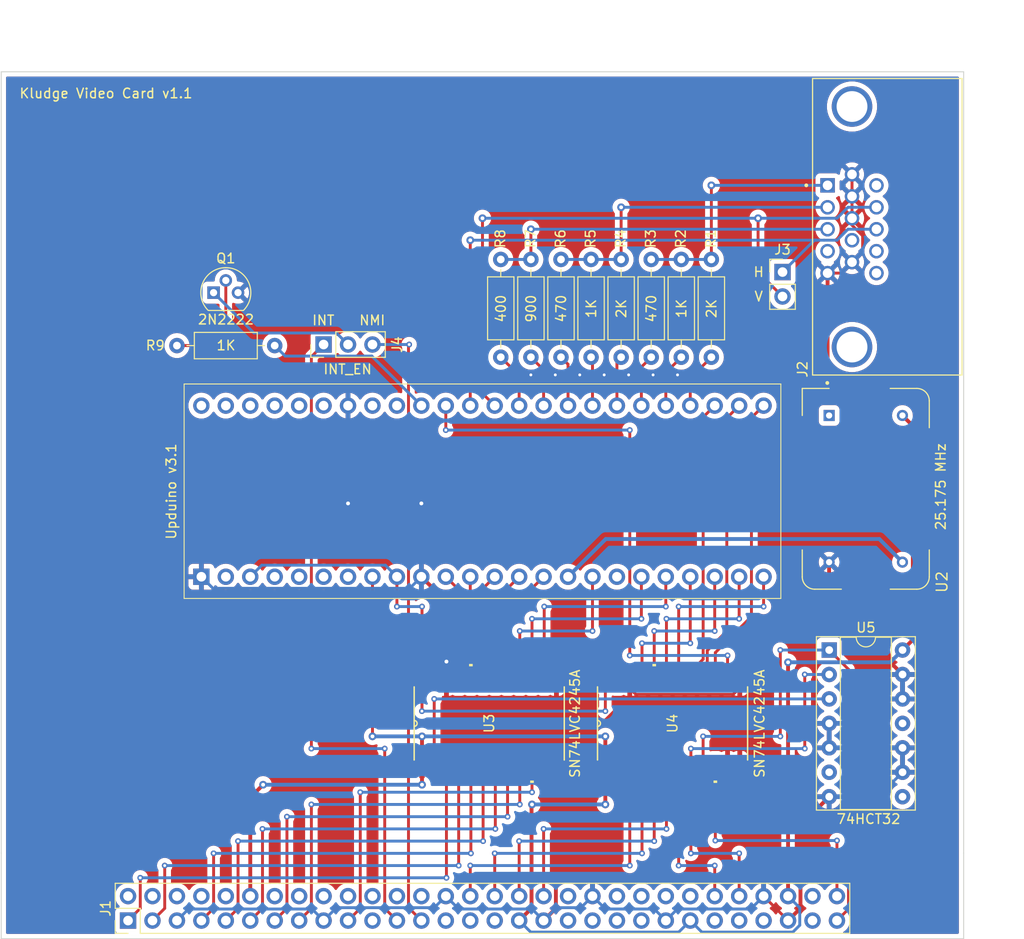
<source format=kicad_pcb>
(kicad_pcb (version 20240108) (generator "pcbnew") (generator_version "8.0")
  (layers (0 "F.Cu" signal) (31 "B.Cu" signal) (34 "B.Paste" user) (35 "F.Paste" user) (36 "B.SilkS" user "B.Silkscreen") (37 "F.SilkS" user "F.Silkscreen") (38 "B.Mask" user) (39 "F.Mask" user) (44 "Edge.Cuts" user))
  (net 0 "")
  (net 1 "WR")
  (net 2 "/A2")
  (net 3 "VCC")
  (net 6 "GND")
  (net 7 "RD")
  (net 9 "/D5")
  (net 12 "~{INT}")
  (net 14 "/A0")
  (net 15 "/D3")
  (net 16 "/A3")
  (net 21 "/D4")
  (net 22 "/D2")
  (net 23 "/A1")
  (net 24 "RESET")
  (net 25 "/D1")
  (net 26 "/D0")
  (net 29 "/D7")
  (net 30 "/D6")
  (net 38 "GREEN_OUT")
  (net 40 "/H_SYNC")
  (net 42 "BLUE_OUT")
  (net 48 "/25.175 MHz")
  (net 50 "IO_EN")
  (net 51 "/V_D1")
  (net 52 "/~{V_CE}")
  (net 53 "/V_D3")
  (net 54 "/V_ADDR3")
  (net 55 "/V_D4")
  (net 56 "/V_ADDR2")
  (net 57 "/V_ADDR0")
  (net 58 "/V_D2")
  (net 59 "/V_D6")
  (net 60 "/~{V_RD}")
  (net 61 "/V_D5")
  (net 62 "/V_D0")
  (net 63 "/V_ADDR1")
  (net 64 "/~{V_WR}")
  (net 65 "/V_D7")
  (net 67 "3.3V")
  (net 68 "RED_OUT")
  (net 69 "/V_SYNC")
  (net 71 "BLUE0")
  (net 72 "RED1")
  (net 73 "RED0")
  (net 74 "RED2")
  (net 75 "GREEN1")
  (net 76 "GREEN0")
  (net 77 "BLUE1")
  (net 78 "GREEN2")
  (net 87 "~{NMI}")
  (net 98 "/~{V_RESET}")
  (net 101 "Net-(U3-DIR)")
  (net 102 "V_INT")
  (net 103 "Net-(J4-Pin_2)")
  (net 104 "Net-(Q1-B)")
  (footprint "Resistor_THT:R_Axial_DIN0207_L6.3mm_D2.5mm_P10.16mm_Horizontal" (layer "F.Cu") (at 117.27315 85.15)
    (property "Reference" "R9")
    (property "Value" "1K")
  )
  (footprint "Resistor_THT:R_Axial_DIN0207_L6.3mm_D2.5mm_P10.16mm_Horizontal" (layer "F.Cu") (at 150.92325 86.36 90)
    (property "Reference" "R8")
    (property "Value" "400")
  )
  (footprint "Connector_PinHeader_2.54mm:PinHeader_1x02_P2.54mm_Vertical" (layer "F.Cu") (at 180.2 77.51)
    (property "Reference" "J3")
    (property "Value" "H_SYNC_TEST")
  )
  (footprint "Resistor_THT:R_Axial_DIN0207_L6.3mm_D2.5mm_P10.16mm_Horizontal" (layer "F.Cu") (at 157.18 86.36 90)
    (property "Reference" "R6")
    (property "Value" "470")
  )
  (footprint "Resistor_THT:R_Axial_DIN0207_L6.3mm_D2.5mm_P10.16mm_Horizontal" (layer "F.Cu") (at 154.055 86.36 90)
    (property "Reference" "R7")
    (property "Value" "900")
  )
  (footprint "Z80 Parts:OSC_ECS-100AX-018" (layer "F.Cu") (at 188.85 100.0325 -90)
    (property "Reference" "U2")
    (property "Value" "25.175 MHz")
  )
  (footprint "Connector_PinHeader_2.54mm:PinHeader_1x03_P2.54mm_Vertical" (layer "F.Cu") (at 132.51315 85.039998 90)
    (property "Reference" "J4")
    (property "Value" "INT_EN")
  )
  (footprint "Connector_PinHeader_2.54mm:PinHeader_2x30_P2.54mm_Vertical" (layer "F.Cu") (at 112.195 144.895 90)
    (property "Reference" "J1")
    (property "Value" "Bus")
  )
  (footprint "Resistor_THT:R_Axial_DIN0207_L6.3mm_D2.5mm_P10.16mm_Horizontal" (layer "F.Cu") (at 166.555 86.36 90)
    (property "Reference" "R3")
    (property "Value" "470")
  )
  (footprint "Package_DIP:DIP-14_W7.62mm_Socket" (layer "F.Cu") (at 185.05 116.784998)
    (property "Reference" "U5")
    (property "Value" "74LS32")
  )
  (footprint "Resistor_THT:R_Axial_DIN0207_L6.3mm_D2.5mm_P10.16mm_Horizontal" (layer "F.Cu") (at 160.305 86.36 90)
    (property "Reference" "R5")
    (property "Value" "1K")
  )
  (footprint "Z80 Parts:UPDUINO V3.1" (layer "F.Cu") (at 127.42685 105.653698 90)
    (property "Reference" "U1" (hide yes))
    (property "Value" "Upduino v3.1")
  )
  (footprint "Resistor_THT:R_Axial_DIN0207_L6.3mm_D2.5mm_P10.16mm_Horizontal" (layer "F.Cu") (at 169.68 86.36 90)
    (property "Reference" "R2")
    (property "Value" "1K")
  )
  (footprint "Resistor_THT:R_Axial_DIN0207_L6.3mm_D2.5mm_P10.16mm_Horizontal" (layer "F.Cu") (at 172.805 86.36 90)
    (property "Reference" "R1")
    (property "Value" "2K")
  )
  (footprint "Z80 Parts:AMPHENOL_ICD15S13E4GX00LF" (layer "F.Cu") (at 187.42 72.805 90)
    (property "Reference" "J2")
    (property "Value" "DE15_Receptacle_HighDensity")
  )
  (footprint "Z80 Parts:SN74LVC4245ADWR" (layer "F.Cu") (at 168.773525 124.409998 90)
    (property "Reference" "U4")
    (property "Value" "SN74LVC4245A")
  )
  (footprint "Z80 Parts:SN74LVC4245ADWR" (layer "F.Cu") (at 149.723525 124.409998 90)
    (property "Reference" "U3")
    (property "Value" "SN74LVC4245A")
  )
  (footprint "Package_TO_SOT_THT:TO-92" (layer "F.Cu") (at 121.08315 79.65)
    (property "Reference" "Q1")
    (property "Value" "2N2222")
  )
  (footprint "Resistor_THT:R_Axial_DIN0207_L6.3mm_D2.5mm_P10.16mm_Horizontal" (layer "F.Cu") (at 163.43 86.36 90)
    (property "Reference" "R4")
    (property "Value" "2K")
  )
  (gr_line (start 99.02 56.7) (end 199.02 56.7) (stroke (width 0.1)) (layer "Edge.Cuts"))
  (gr_line (start 99.02 137.88) (end 99.02 56.7) (stroke (width 0.1)) (layer "Edge.Cuts"))
  (gr_line (start 99.02 137.88) (end 99.02 146.78) (stroke (width 0.1)) (layer "Edge.Cuts"))
  (gr_line (start 199.02 56.7) (end 199.02 137.88) (stroke (width 0.1)) (layer "Edge.Cuts"))
  (gr_line (start 199.02 137.88) (end 199.02 146.78) (stroke (width 0.1)) (layer "Edge.Cuts"))
  (gr_line (start 99.02 146.78) (end 199.02 146.78) (stroke (width 0.1)) (layer "Edge.Cuts"))
  (gr_text "Upduino v3.1" (at 117.275 105.381191 90) (layer "F.SilkS") (effects (font (size 1 1)) (justify left bottom)))
  (gr_text "2K" (at 164.03175 82.381191 90) (layer "F.SilkS") (effects (font (size 1 1)) (justify left bottom)))
  (gr_text "25.175 MHz" (at 197.225 104.41 90) (layer "F.SilkS") (effects (font (size 1 1)) (justify left bottom)))
  (gr_text "NMI" (at 136.134817 83.11 0) (layer "F.SilkS") (effects (font (size 1 1)) (justify left bottom)))
  (gr_text "1K" (at 170.28175 82.381191 90) (layer "F.SilkS") (effects (font (size 1 1)) (justify left bottom)))
  (gr_text "900" (at 154.65675 82.833572 90) (layer "F.SilkS") (effects (font (size 1 1)) (justify left bottom)))
  (gr_text "INT_EN" (at 132.41315 88.2 0) (layer "F.SilkS") (effects (font (size 1 1)) (justify left bottom)))
  (gr_text "INT" (at 131.245293 83.11 0) (layer "F.SilkS") (effects (font (size 1 1)) (justify left bottom)))
  (gr_text "Kludge Video Card v1.1" (at 100.83 59.53 0) (layer "F.SilkS") (effects (font (size 1 1)) (justify left bottom)))
  (gr_text "2N2222" (at 119.37 83.03 0) (layer "F.SilkS") (effects (font (size 1 1)) (justify left bottom)))
  (gr_text "2K" (at 173.40675 82.381191 90) (layer "F.SilkS") (effects (font (size 1 1)) (justify left bottom)))
  (gr_text "SN74LVC4245A" (at 178.4 130.154046 90) (layer "F.SilkS") (effects (font (size 1 1)) (justify left bottom)))
  (gr_text "74HCT32" (at 185.73 134.93 0) (layer "F.SilkS") (effects (font (size 1 1)) (justify left bottom)))
  (gr_text "470" (at 167.15675 82.833572 90) (layer "F.SilkS") (effects (font (size 1 1)) (justify left bottom)))
  (gr_text "1K" (at 121.3 85.72 0) (layer "F.SilkS") (effects (font (size 1 1)) (justify left bottom)))
  (gr_text "400" (at 151.525 82.833572 90) (layer "F.SilkS") (effects (font (size 1 1)) (justify left bottom)))
  (gr_text "470" (at 157.78175 82.833572 90) (layer "F.SilkS") (effects (font (size 1 1)) (justify left bottom)))
  (gr_text "V" (at 177.725 80.05 0) (layer "F.SilkS") (effects (font (size 1 1))))
  (gr_text "H" (at 177.725 77.51 0) (layer "F.SilkS") (effects (font (size 1 1))))
  (gr_text "SN74LVC4245A" (at 159.22 130.154046 90) (layer "F.SilkS") (effects (font (size 1 1)) (justify left bottom)))
  (gr_text "1K" (at 160.90675 82.381191 90) (layer "F.SilkS") (effects (font (size 1 1)) (justify left bottom)))
  (segment (start 173.155 139.18) (end 173.155 142.355) (width 0.3) (layer "F.Cu") (net 1))
  (segment (start 169.408525 128.931198) (end 169.408525 139.18) (width 0.3) (layer "F.Cu") (net 1))
  (via (at 173.155 139.18) (size 0.6) (drill 0.3) (layers "F.Cu" "B.Cu") (net 1))
  (via (at 169.408525 139.18) (size 0.6) (drill 0.3) (layers "F.Cu" "B.Cu") (net 1))
  (segment (start 169.408525 139.18) (end 173.155 139.18) (width 0.3) (layer "B.Cu") (net 1))
  (segment (start 150.295 142.355) (end 150.295 137.91) (width 0.3) (layer "F.Cu") (net 2))
  (segment (start 165.598525 137.91) (end 165.598525 128.931198) (width 0.3) (layer "F.Cu") (net 2))
  (via (at 150.295 137.91) (size 0.6) (drill 0.3) (layers "F.Cu" "B.Cu") (net 2))
  (via (at 165.598525 137.91) (size 0.6) (drill 0.3) (layers "F.Cu" "B.Cu") (net 2))
  (segment (start 150.295 137.91) (end 165.598525 137.91) (width 0.3) (layer "B.Cu") (net 2))
  (segment (start 154.175 132.836475) (end 154.168525 132.83) (width 0.3) (layer "F.Cu") (net 3))
  (segment (start 193.74 115.714998) (end 192.67 116.784998) (width 0.4) (layer "F.Cu") (net 3))
  (segment (start 124.895 142.355) (end 124.895 132.113525) (width 0.4) (layer "F.Cu") (net 3))
  (segment (start 193.74 93.4925) (end 193.74 115.714998) (width 0.4) (layer "F.Cu") (net 3))
  (segment (start 161.788525 128.931198) (end 161.788525 132.83) (width 0.4) (layer "F.Cu") (net 3))
  (segment (start 137.59315 109.169998) (end 137.59315 125.756198) (width 0.3) (layer "F.Cu") (net 3))
  (segment (start 152.835 144.895) (end 154.12 143.61) (width 0.4) (layer "F.Cu") (net 3))
  (segment (start 161.788525 128.931198) (end 163.058525 128.931198) (width 0.4) (layer "F.Cu") (net 3))
  (segment (start 142.738525 130.778525) (end 142.74 130.78) (width 0.4) (layer "F.Cu") (net 3))
  (segment (start 154.12 132.891475) (end 154.175 132.836475) (width 0.4) (layer "F.Cu") (net 3))
  (segment (start 142.738525 128.931198) (end 142.738525 130.778525) (width 0.4) (layer "F.Cu") (net 3))
  (segment (start 161.788525 125.756198) (end 161.788525 128.931198) (width 0.4) (layer "F.Cu") (net 3))
  (segment (start 192.66 92.4125) (end 193.74 93.4925) (width 0.4) (layer "F.Cu") (net 3))
  (segment (start 124.895 132.113525) (end 126.228525 130.78) (width 0.4) (layer "F.Cu") (net 3))
  (segment (start 142.738525 125.756198) (end 142.738525 128.931198) (width 0.4) (layer "F.Cu") (net 3))
  (segment (start 180.775 118.054998) (end 180.775 142.355) (width 0.4) (layer "F.Cu") (net 3))
  (segment (start 154.12 143.61) (end 154.12 132.891475) (width 0.4) (layer "F.Cu") (net 3))
  (via (at 154.168525 132.83) (size 0.8) (drill 0.4) (layers "F.Cu" "B.Cu") (net 3))
  (via (at 161.788525 125.756198) (size 0.8) (drill 0.4) (layers "F.Cu" "B.Cu") (net 3))
  (via (at 137.59315 125.756198) (size 0.8) (drill 0.4) (layers "F.Cu" "B.Cu") (net 3))
  (via (at 142.738525 125.756198) (size 0.8) (drill 0.4) (layers "F.Cu" "B.Cu") (net 3))
  (via (at 126.228525 130.78) (size 0.8) (drill 0.4) (layers "F.Cu" "B.Cu") (net 3))
  (via (at 161.788525 132.83) (size 0.8) (drill 0.4) (layers "F.Cu" "B.Cu") (net 3))
  (via (at 142.74 130.78) (size 0.8) (drill 0.4) (layers "F.Cu" "B.Cu") (net 3))
  (via (at 180.775 118.054998) (size 0.8) (drill 0.4) (layers "F.Cu" "B.Cu") (net 3))
  (segment (start 181.272057 146.095) (end 181.99 145.377057) (width 0.3) (layer "B.Cu") (net 3))
  (segment (start 181.99 143.57) (end 180.775 142.355) (width 0.3) (layer "B.Cu") (net 3))
  (segment (start 181.99 145.377057) (end 181.99 143.57) (width 0.3) (layer "B.Cu") (net 3))
  (segment (start 152.835 144.895) (end 154.035 146.095) (width 0.3) (layer "B.Cu") (net 3))
  (segment (start 170.615 144.895) (end 171.815 146.095) (width 0.3) (layer "B.Cu") (net 3))
  (segment (start 191.4 118.054998) (end 192.67 116.784998) (width 0.4) (layer "B.Cu") (net 3))
  (segment (start 142.74 130.78) (end 126.228525 130.78) (width 0.4) (layer "B.Cu") (net 3))
  (segment (start 142.738525 125.756198) (end 137.59315 125.756198) (width 0.4) (layer "B.Cu") (net 3))
  (segment (start 161.788525 125.756198) (end 142.738525 125.756198) (width 0.4) (layer "B.Cu") (net 3))
  (segment (start 154.168525 132.83) (end 161.788525 132.83) (width 0.4) (layer "B.Cu") (net 3))
  (segment (start 180.775 118.054998) (end 191.4 118.054998) (width 0.4) (layer "B.Cu") (net 3))
  (segment (start 169.415 146.095) (end 170.615 144.895) (width 0.3) (layer "B.Cu") (net 3))
  (segment (start 154.035 146.095) (end 169.415 146.095) (width 0.3) (layer "B.Cu") (net 3))
  (segment (start 171.815 146.095) (end 181.272057 146.095) (width 0.3) (layer "B.Cu") (net 3))
  (segment (start 184.88 77.62) (end 186.28 77.62) (width 0.3) (layer "F.Cu") (net 6))
  (segment (start 183.57 90.94) (end 183.57 106.1825) (width 0.4) (layer "F.Cu") (net 6))
  (segment (start 174.488525 128.931198) (end 175.758525 128.931198) (width 0.3) (layer "F.Cu") (net 6))
  (segment (start 164.328525 119.888798) (end 164.328525 120.765098) (width 0.3) (layer "F.Cu") (net 6))
  (segment (start 135.05315 91.389998) (end 135.05315 93.929998) (width 0.3) (layer "F.Cu") (net 6))
  (segment (start 175.758525 124.44) (end 161.402762 124.44) (width 0.3) (layer "F.Cu") (net 6))
  (segment (start 142.67315 101.549998) (end 142.67315 109.169998) (width 0.4) (layer "F.Cu") (net 6))
  (segment (start 175.758525 120.711475) (end 175.758525 119.888798) (width 0.3) (layer "F.Cu") (net 6))
  (segment (start 175.758525 119.888798) (end 175.758525 124.44) (width 0.3) (layer "F.Cu") (net 6))
  (segment (start 186.28 77.62) (end 187.42 76.48) (width 0.3) (layer "F.Cu") (net 6))
  (segment (start 156.65 128.989723) (end 156.708525 128.931198) (width 0.4) (layer "F.Cu") (net 6))
  (segment (start 192.67 126.944998) (end 192.67 129.484998) (width 0.3) (layer "F.Cu") (net 6))
  (segment (start 175.758525 124.44) (end 175.758525 128.931198) (width 0.3) (layer "F.Cu") (net 6))
  (segment (start 185.04 107.6525) (end 185.04 111.694998) (width 0.4) (layer "F.Cu") (net 6))
  (segment (start 182.065 143.605) (end 180.775 144.895) (width 0.4) (layer "F.Cu") (net 6))
  (segment (start 156.65 143.62) (end 156.65 128.989723) (width 0.4) (layer "F.Cu") (net 6))
  (segment (start 187.42 71.92) (end 187.42 72.638708) (width 0.3) (layer "F.Cu") (net 6))
  (segment (start 155.375 144.895) (end 156.65 143.62) (width 0.4) (layer "F.Cu") (net 6))
  (segment (start 164.328525 121.514237) (end 161.402762 124.44) (width 0.3) (layer "F.Cu") (net 6))
  (segment (start 187.42 69.64) (end 187.42 71.92) (width 0.3) (layer "F.Cu") (net 6))
  (segment (start 185.05 124.404998) (end 185.05 126.944998) (width 0.3) (layer "F.Cu") (net 6))
  (segment (start 135.05315 101.549998) (end 135.05315 91.389998) (width 0.4) (layer "F.Cu") (net 6))
  (segment (start 185.05 132.024998) (end 182.065 135.009998) (width 0.4) (layer "F.Cu") (net 6))
  (segment (start 142.67315 109.169998) (end 145.278525 111.775373) (width 0.4) (layer "F.Cu") (net 6))
  (segment (start 175.075502 121.394498) (end 175.758525 120.711475) (width 0.3) (layer "F.Cu") (net 6))
  (segment (start 184.88 77.62) (end 184.88 89.63) (width 0.4) (layer "F.Cu") (net 6))
  (segment (start 188.524 73.742708) (end 188.524 75.376) (width 0.3) (layer "F.Cu") (net 6))
  (segment (start 184.88 89.63) (end 183.57 90.94) (width 0.4) (layer "F.Cu") (net 6))
  (segment (start 145.278525 117.983798) (end 145.278525 119.888798) (width 0.4) (layer "F.Cu") (net 6))
  (segment (start 188.524 75.376) (end 187.42 76.48) (width 0.3) (layer "F.Cu") (net 6))
  (segment (start 155.438525 128.931198) (end 156.708525 128.931198) (width 0.3) (layer "F.Cu") (net 6))
  (segment (start 187.42 67.36) (end 187.42 69.64) (width 0.3) (layer "F.Cu") (net 6))
  (segment (start 156.708525 124.44) (end 147.623423 124.44) (width 0.3) (layer "F.Cu") (net 6))
  (segment (start 164.328525 119.888798) (end 164.328525 121.514237) (width 0.3) (layer "F.Cu") (net 6))
  (segment (start 187.42 72.638708) (end 188.524 73.742708) (width 0.3) (layer "F.Cu") (net 6))
  (segment (start 192.67 119.324998) (end 192.67 121.864998) (width 0.4) (layer "F.Cu") (net 6))
  (segment (start 185.04 111.694998) (end 192.67 119.324998) (width 0.4) (layer "F.Cu") (net 6))
  (segment (start 147.623423 124.44) (end 145.278525 122.095102) (width 0.3) (layer "F.Cu") (net 6))
  (segment (start 156.708525 124.44) (end 156.708525 128.931198) (width 0.4) (layer "F.Cu") (net 6))
  (segment (start 183.57 106.1825) (end 185.04 107.6525) (width 0.4) (layer "F.Cu") (net 6))
  (segment (start 161.402762 124.44) (end 156.708525 124.44) (width 0.3) (layer "F.Cu") (net 6))
  (segment (start 164.328525 120.765098) (end 164.957925 121.394498) (width 0.3) (layer "F.Cu") (net 6))
  (segment (start 145.278525 122.095102) (end 145.278525 119.888798) (width 0.3) (layer "F.Cu") (net 6))
  (segment (start 180.775 144.895) (end 178.235 142.355) (width 0.3) (layer "F.Cu") (net 6))
  (segment (start 156.708525 119.888798) (end 156.708525 124.44) (width 0.4) (layer "F.Cu") (net 6))
  (segment (start 145.278525 117.983798) (end 145.278525 111.775373) (width 0.4) (layer "F.Cu") (net 6))
  (segment (start 182.065 135.009998) (end 182.065 143.605) (width 0.4) (layer "F.Cu") (net 6))
  (segment (start 164.957925 121.394498) (end 175.075502 121.394498) (width 0.3) (layer "F.Cu") (net 6))
  (via (at 169.29 88.195) (size 0.6) (drill 0.3) (layers "F.Cu" "B.Cu") (net 6))
  (via (at 135.05315 101.549998) (size 0.8) (drill 0.4) (layers "F.Cu" "B.Cu") (net 6))
  (via (at 161.67 88.195) (size 0.6) (drill 0.3) (layers "F.Cu" "B.Cu") (net 6))
  (via (at 164.21 88.195) (size 0.6) (drill 0.3) (layers "F.Cu" "B.Cu") (net 6))
  (via (at 156.59 88.195) (size 0.6) (drill 0.3) (layers "F.Cu" "B.Cu") (net 6))
  (via (at 142.67315 101.549998) (size 0.8) (drill 0.4) (layers "F.Cu" "B.Cu") (net 6))
  (via (at 154.05 88.195) (size 0.6) (drill 0.3) (layers "F.Cu" "B.Cu") (net 6))
  (via (at 159.13 88.195) (size 0.6) (drill 0.3) (layers "F.Cu" "B.Cu") (net 6))
  (via (at 166.75 88.195) (size 0.6) (drill 0.3) (layers "F.Cu" "B.Cu") (net 6))
  (via (at 145.278525 117.983798) (size 0.8) (drill 0.4) (layers "F.Cu" "B.Cu") (net 6))
  (segment (start 146.555 143.695) (end 145.215 142.355) (width 0.3) (layer "B.Cu") (net 6))
  (segment (start 161.795 143.695) (end 160.455 142.355) (width 0.3) (layer "B.Cu") (net 6))
  (segment (start 168.075 144.895) (end 166.875 143.695) (width 0.3) (layer "B.Cu") (net 6))
  (segment (start 121.01315 110.369998) (end 141.47315 110.369998) (width 0.3) (layer "B.Cu") (net 6))
  (segment (start 135.05315 101.549998) (end 142.67315 101.549998) (width 0.4) (layer "B.Cu") (net 6))
  (segment (start 132.515 144.895) (end 131.315 143.695) (width 0.3) (layer "B.Cu") (net 6))
  (segment (start 133.855 143.555) (end 132.515 144.895) (width 0.3) (layer "B.Cu") (net 6))
  (segment (start 119.81315 109.169998) (end 121.01315 110.369998) (width 0.3) (layer "B.Cu") (net 6))
  (segment (start 154.175 143.695) (end 146.555 143.695) (width 0.3) (layer "B.Cu") (net 6))
  (segment (start 159.255 143.555) (end 156.715 143.555) (width 0.3) (layer "B.Cu") (net 6))
  (segment (start 169.275 143.695) (end 168.075 144.895) (width 0.3) (layer "B.Cu") (net 6))
  (segment (start 141.47315 110.369998) (end 142.67315 109.169998) (width 0.3) (layer "B.Cu") (net 6))
  (segment (start 166.875 143.695) (end 161.795 143.695) (width 0.3) (layer "B.Cu") (net 6))
  (segment (start 176.895 143.695) (end 169.275 143.695) (width 0.3) (layer "B.Cu") (net 6))
  (segment (start 156.715 143.555) (end 155.375 144.895) (width 0.3) (layer "B.Cu") (net 6))
  (segment (start 145.215 142.355) (end 144.015 143.555) (width 0.3) (layer "B.Cu") (net 6))
  (segment (start 155.375 144.895) (end 154.175 143.695) (width 0.3) (layer "B.Cu") (net 6))
  (segment (start 131.315 143.695) (end 118.475 143.695) (width 0.3) (layer "B.Cu") (net 6))
  (segment (start 160.455 142.355) (end 159.255 143.555) (width 0.3) (layer "B.Cu") (net 6))
  (segment (start 190.13 132.024998) (end 192.67 129.484998) (width 0.3) (layer "B.Cu") (net 6))
  (segment (start 185.05 126.944998) (end 192.67 126.944998) (width 0.3) (layer "B.Cu") (net 6))
  (segment (start 144.015 143.555) (end 133.855 143.555) (width 0.3) (layer "B.Cu") (net 6))
  (segment (start 118.475 143.695) (end 117.275 144.895) (width 0.3) (layer "B.Cu") (net 6))
  (segment (start 185.05 132.024998) (end 190.13 132.024998) (width 0.3) (layer "B.Cu") (net 6))
  (segment (start 178.235 142.355) (end 176.895 143.695) (width 0.3) (layer "B.Cu") (net 6))
  (segment (start 170.678525 137.91) (end 170.678525 128.931198) (width 0.3) (layer "F.Cu") (net 7))
  (segment (start 170.678525 128.931198) (end 170.678525 127.026198) (width 0.3) (layer "F.Cu") (net 7))
  (segment (start 175.695 137.91) (end 175.695 142.355) (width 0.3) (layer "F.Cu") (net 7))
  (segment (start 182.51 119.324998) (end 182.51 127.026198) (width 0.3) (layer "F.Cu") (net 7))
  (via (at 170.678525 127.026198) (size 0.6) (drill 0.3) (layers "F.Cu" "B.Cu") (net 7))
  (via (at 175.695 137.91) (size 0.6) (drill 0.3) (layers "F.Cu" "B.Cu") (net 7))
  (via (at 170.678525 137.91) (size 0.6) (drill 0.3) (layers "F.Cu" "B.Cu") (net 7))
  (via (at 182.51 127.026198) (size 0.6) (drill 0.3) (layers "F.Cu" "B.Cu") (net 7))
  (via (at 182.51 119.324998) (size 0.6) (drill 0.3) (layers "F.Cu" "B.Cu") (net 7))
  (segment (start 182.51 127.026198) (end 170.678525 127.026198) (width 0.3) (layer "B.Cu") (net 7))
  (segment (start 170.678525 137.91) (end 175.695 137.91) (width 0.3) (layer "B.Cu") (net 7))
  (segment (start 182.51 119.324998) (end 185.05 119.324998) (width 0.3) (layer "B.Cu") (net 7))
  (segment (start 128.705 143.625) (end 127.435 144.895) (width 0.3) (layer "F.Cu") (net 9))
  (segment (start 151.628525 134.1) (end 151.628525 128.931198) (width 0.3) (layer "F.Cu") (net 9))
  (segment (start 128.705 134.1) (end 128.705 143.625) (width 0.3) (layer "F.Cu") (net 9))
  (via (at 151.628525 134.1) (size 0.6) (drill 0.3) (layers "F.Cu" "B.Cu") (net 9))
  (via (at 128.705 134.1) (size 0.6) (drill 0.3) (layers "F.Cu" "B.Cu") (net 9))
  (segment (start 151.628525 134.1) (end 128.705 134.1) (width 0.3) (layer "B.Cu") (net 9))
  (segment (start 131.24315 86.309998) (end 131.24315 127.026198) (width 0.3) (layer "F.Cu") (net 12))
  (segment (start 131.17315 126.956198) (end 131.24315 127.026198) (width 0.3) (layer "F.Cu") (net 12))
  (segment (start 138.865 127.026198) (end 138.865 143.625) (width 0.3) (layer "F.Cu") (net 12))
  (segment (start 138.865 143.625) (end 140.135 144.895) (width 0.3) (layer "F.Cu") (net 12))
  (segment (start 132.51315 85.039998) (end 131.24315 86.309998) (width 0.3) (layer "F.Cu") (net 12))
  (via (at 138.865 127.026198) (size 0.6) (drill 0.3) (layers "F.Cu" "B.Cu") (net 12))
  (via (at 131.24315 127.026198) (size 0.6) (drill 0.3) (layers "F.Cu" "B.Cu") (net 12))
  (segment (start 138.865 127.026198) (end 131.24315 127.026198) (width 0.3) (layer "B.Cu") (net 12))
  (segment (start 168.138525 135.37) (end 168.138525 128.931198) (width 0.3) (layer "F.Cu") (net 14))
  (segment (start 155.375 142.355) (end 155.375 135.37) (width 0.3) (layer "F.Cu") (net 14))
  (via (at 168.138525 135.37) (size 0.6) (drill 0.3) (layers "F.Cu" "B.Cu") (net 14))
  (via (at 155.375 135.37) (size 0.6) (drill 0.3) (layers "F.Cu" "B.Cu") (net 14))
  (segment (start 155.375 135.37) (end 168.138525 135.37) (width 0.3) (layer "B.Cu") (net 14))
  (segment (start 149.088525 128.931198) (end 149.088525 136.64) (width 0.3) (layer "F.Cu") (net 15))
  (segment (start 123.625 136.64) (end 123.625 143.625) (width 0.3) (layer "F.Cu") (net 15))
  (segment (start 123.625 143.625) (end 122.355 144.895) (width 0.3) (layer "F.Cu") (net 15))
  (via (at 149.088525 136.64) (size 0.6) (drill 0.3) (layers "F.Cu" "B.Cu") (net 15))
  (via (at 123.625 136.64) (size 0.6) (drill 0.3) (layers "F.Cu" "B.Cu") (net 15))
  (segment (start 123.625 136.64) (end 149.088525 136.64) (width 0.3) (layer "B.Cu") (net 15))
  (segment (start 147.755 139.18) (end 147.755 142.355) (width 0.3) (layer "F.Cu") (net 16))
  (segment (start 164.328525 128.931198) (end 164.328525 139.18) (width 0.3) (layer "F.Cu") (net 16))
  (via (at 164.328525 139.18) (size 0.6) (drill 0.3) (layers "F.Cu" "B.Cu") (net 16))
  (via (at 147.755 139.18) (size 0.6) (drill 0.3) (layers "F.Cu" "B.Cu") (net 16))
  (segment (start 164.328525 139.18) (end 147.755 139.18) (width 0.3) (layer "B.Cu") (net 16))
  (segment (start 150.358525 135.37) (end 150.358525 128.931198) (width 0.3) (layer "F.Cu") (net 21))
  (segment (start 126.165 143.625) (end 124.895 144.895) (width 0.3) (layer "F.Cu") (net 21))
  (segment (start 126.165 135.37) (end 126.165 143.625) (width 0.3) (layer "F.Cu") (net 21))
  (via (at 150.358525 135.37) (size 0.6) (drill 0.3) (layers "F.Cu" "B.Cu") (net 21))
  (via (at 126.165 135.37) (size 0.6) (drill 0.3) (layers "F.Cu" "B.Cu") (net 21))
  (segment (start 126.165 135.37) (end 150.358525 135.37) (width 0.3) (layer "B.Cu") (net 21))
  (segment (start 121.085 143.625) (end 119.815 144.895) (width 0.3) (layer "F.Cu") (net 22))
  (segment (start 121.085 137.91) (end 121.085 143.625) (width 0.3) (layer "F.Cu") (net 22))
  (segment (start 147.818525 137.91) (end 147.818525 128.931198) (width 0.3) (layer "F.Cu") (net 22))
  (via (at 147.818525 137.91) (size 0.6) (drill 0.3) (layers "F.Cu" "B.Cu") (net 22))
  (via (at 121.085 137.91) (size 0.6) (drill 0.3) (layers "F.Cu" "B.Cu") (net 22))
  (segment (start 121.085 137.91) (end 147.818525 137.91) (width 0.3) (layer "B.Cu") (net 22))
  (segment (start 166.868525 128.931198) (end 166.868525 136.64) (width 0.3) (layer "F.Cu") (net 23))
  (segment (start 152.835 136.64) (end 152.835 142.355) (width 0.3) (layer "F.Cu") (net 23))
  (via (at 166.868525 136.64) (size 0.6) (drill 0.3) (layers "F.Cu" "B.Cu") (net 23))
  (via (at 152.835 136.64) (size 0.6) (drill 0.3) (layers "F.Cu" "B.Cu") (net 23))
  (segment (start 166.868525 136.64) (end 152.835 136.64) (width 0.3) (layer "B.Cu") (net 23))
  (segment (start 185.855 136.58) (end 185.855 142.355) (width 0.3) (layer "F.Cu") (net 24))
  (segment (start 173.218525 128.931198) (end 173.218525 136.58) (width 0.3) (layer "F.Cu") (net 24))
  (via (at 185.855 136.58) (size 0.6) (drill 0.3) (layers "F.Cu" "B.Cu") (net 24))
  (via (at 173.218525 136.58) (size 0.6) (drill 0.3) (layers "F.Cu" "B.Cu") (net 24))
  (segment (start 185.855 136.58) (end 173.218525 136.58) (width 0.3) (layer "B.Cu") (net 24))
  (segment (start 146.548525 139.18) (end 146.548525 128.931198) (width 0.3) (layer "F.Cu") (net 25))
  (segment (start 116.005 143.625) (end 114.735 144.895) (width 0.3) (layer "F.Cu") (net 25))
  (segment (start 116.005 139.18) (end 116.005 143.625) (width 0.3) (layer "F.Cu") (net 25))
  (via (at 146.548525 139.18) (size 0.6) (drill 0.3) (layers "F.Cu" "B.Cu") (net 25))
  (via (at 116.005 139.18) (size 0.6) (drill 0.3) (layers "F.Cu" "B.Cu") (net 25))
  (segment (start 116.005 139.18) (end 146.548525 139.18) (width 0.3) (layer "B.Cu") (net 25))
  (segment (start 113.465 143.625) (end 112.195 144.895) (width 0.3) (layer "F.Cu") (net 26))
  (segment (start 113.465 143.625) (end 113.465 140.45) (width 0.3) (layer "F.Cu") (net 26))
  (segment (start 145.278525 140.45) (end 145.278525 128.931198) (width 0.3) (layer "F.Cu") (net 26))
  (via (at 113.465 140.45) (size 0.6) (drill 0.3) (layers "F.Cu" "B.Cu") (net 26))
  (via (at 145.278525 140.45) (size 0.6) (drill 0.3) (layers "F.Cu" "B.Cu") (net 26))
  (segment (start 113.465 140.45) (end 145.278525 140.45) (width 0.3) (layer "B.Cu") (net 26))
  (segment (start 154.168525 128.931198) (end 154.168525 131.56) (width 0.3) (layer "F.Cu") (net 29))
  (segment (start 136.325 131.56) (end 136.325 143.625) (width 0.3) (layer "F.Cu") (net 29))
  (segment (start 136.325 143.625) (end 135.055 144.895) (width 0.3) (layer "F.Cu") (net 29))
  (via (at 136.325 131.56) (size 0.6) (drill 0.3) (layers "F.Cu" "B.Cu") (net 29))
  (via (at 154.168525 131.56) (size 0.6) (drill 0.3) (layers "F.Cu" "B.Cu") (net 29))
  (segment (start 154.168525 131.56) (end 136.325 131.56) (width 0.3) (layer "B.Cu") (net 29))
  (segment (start 152.898525 132.83) (end 152.898525 128.931198) (width 0.3) (layer "F.Cu") (net 30))
  (segment (start 131.245 143.625) (end 129.975 144.895) (width 0.3) (layer "F.Cu") (net 30))
  (segment (start 131.245 132.83) (end 131.245 143.625) (width 0.3) (layer "F.Cu") (net 30))
  (via (at 131.245 132.83) (size 0.6) (drill 0.3) (layers "F.Cu" "B.Cu") (net 30))
  (via (at 152.898525 132.83) (size 0.6) (drill 0.3) (layers "F.Cu" "B.Cu") (net 30))
  (segment (start 131.245 132.83) (end 152.898525 132.83) (width 0.3) (layer "B.Cu") (net 30))
  (segment (start 163.43 70.78) (end 163.43 76.2) (width 0.3) (layer "F.Cu") (net 38))
  (via (at 163.43 70.78) (size 0.8) (drill 0.4) (layers "F.Cu" "B.Cu") (net 38))
  (segment (start 157.18 76.2) (end 160.305 76.2) (width 0.3) (layer "B.Cu") (net 38))
  (segment (start 163.43 70.78) (end 184.88 70.78) (width 0.3) (layer "B.Cu") (net 38))
  (segment (start 163.43 76.2) (end 160.305 76.2) (width 0.3) (layer "B.Cu") (net 38))
  (segment (start 147.75315 74.2) (end 147.75315 91.389998) (width 0.3) (layer "F.Cu") (net 40))
  (via (at 147.75315 74.2) (size 0.8) (drill 0.4) (layers "F.Cu" "B.Cu") (net 40))
  (segment (start 186.998708 73.06) (end 189.96 73.06) (width 0.3) (layer "B.Cu") (net 40))
  (segment (start 185.858708 74.2) (end 186.998708 73.06) (width 0.3) (layer "B.Cu") (net 40))
  (segment (start 180.2 77.51) (end 183.51 74.2) (width 0.3) (layer "B.Cu") (net 40))
  (segment (start 147.75315 74.2) (end 183.725 74.2) (width 0.3) (layer "B.Cu") (net 40))
  (segment (start 183.725 74.2) (end 184.52 74.2) (width 0.3) (layer "B.Cu") (net 40))
  (segment (start 184.52 74.2) (end 185.858708 74.2) (width 0.3) (layer "B.Cu") (net 40))
  (segment (start 183.51 74.2) (end 183.725 74.2) (width 0.3) (layer "B.Cu") (net 40))
  (segment (start 154.055 73.06) (end 154.055 76.2) (width 0.3) (layer "F.Cu") (net 42))
  (via (at 154.055 73.06) (size 0.8) (drill 0.4) (layers "F.Cu" "B.Cu") (net 42))
  (segment (start 150.92815 76.2) (end 154.055 76.2) (width 0.3) (layer "B.Cu") (net 42))
  (segment (start 154.055 73.06) (end 184.88 73.06) (width 0.3) (layer "B.Cu") (net 42))
  (segment (start 190.2575 105.25) (end 192.66 107.6525) (width 0.4) (layer "B.Cu") (net 48))
  (segment (start 157.91315 109.169998) (end 161.833148 105.25) (width 0.4) (layer "B.Cu") (net 48))
  (segment (start 161.833148 105.25) (end 190.2575 105.25) (width 0.4) (layer "B.Cu") (net 48))
  (segment (start 187.055 118.789998) (end 185.05 116.784998) (width 0.3) (layer "F.Cu") (net 50))
  (segment (start 185.855 144.895) (end 187.055 143.695) (width 0.3) (layer "F.Cu") (net 50))
  (segment (start 171.948525 125.756198) (end 171.948525 128.931198) (width 0.3) (layer "F.Cu") (net 50))
  (segment (start 179.97 116.784998) (end 179.97 125.756198) (width 0.3) (layer "F.Cu") (net 50))
  (segment (start 187.055 143.695) (end 187.055 118.789998) (width 0.3) (layer "F.Cu") (net 50))
  (via (at 171.948525 125.756198) (size 0.6) (drill 0.3) (layers "F.Cu" "B.Cu") (net 50))
  (via (at 179.97 116.784998) (size 0.6) (drill 0.3) (layers "F.Cu" "B.Cu") (net 50))
  (via (at 179.97 125.756198) (size 0.6) (drill 0.3) (layers "F.Cu" "B.Cu") (net 50))
  (segment (start 179.97 125.756198) (end 171.948525 125.756198) (width 0.3) (layer "B.Cu") (net 50))
  (segment (start 185.05 116.784998) (end 179.97 116.784998) (width 0.3) (layer "B.Cu") (net 50))
  (segment (start 147.75315 119.823423) (end 147.818525 119.888798) (width 0.3) (layer "F.Cu") (net 51))
  (segment (start 147.75315 109.169998) (end 147.75315 119.823423) (width 0.3) (layer "F.Cu") (net 51))
  (segment (start 173.218525 119.888798) (end 173.218525 117.051475) (width 0.3) (layer "F.Cu") (net 52))
  (segment (start 176.97 92.653148) (end 178.23315 91.389998) (width 0.3) (layer "F.Cu") (net 52))
  (segment (start 173.218525 117.051475) (end 176.97 113.3) (width 0.3) (layer "F.Cu") (net 52))
  (segment (start 176.97 113.3) (end 176.97 92.653148) (width 0.3) (layer "F.Cu") (net 52))
  (segment (start 152.83315 109.169998) (end 150.358525 111.644623) (width 0.3) (layer "F.Cu") (net 53))
  (segment (start 150.358525 111.644623) (end 150.358525 119.888798) (width 0.3) (layer "F.Cu") (net 53))
  (segment (start 165.598525 119.888798) (end 165.598525 116.078798) (width 0.3) (layer "F.Cu") (net 54))
  (segment (start 170.61315 109.169998) (end 170.61315 116.078798) (width 0.3) (layer "F.Cu") (net 54))
  (via (at 165.598525 116.078798) (size 0.6) (drill 0.3) (layers "F.Cu" "B.Cu") (net 54))
  (via (at 170.61315 116.078798) (size 0.6) (drill 0.3) (layers "F.Cu" "B.Cu") (net 54))
  (segment (start 170.61315 116.078798) (end 165.598525 116.078798) (width 0.3) (layer "B.Cu") (net 54))
  (segment (start 151.628525 119.888798) (end 151.628525 112.914623) (width 0.3) (layer "F.Cu") (net 55))
  (segment (start 151.628525 112.914623) (end 155.37315 109.169998) (width 0.3) (layer "F.Cu") (net 55))
  (segment (start 166.868525 114.808798) (end 166.868525 119.888798) (width 0.3) (layer "F.Cu") (net 56))
  (segment (start 173.15315 114.808798) (end 173.15315 109.169998) (width 0.3) (layer "F.Cu") (net 56))
  (via (at 173.15315 114.808798) (size 0.6) (drill 0.3) (layers "F.Cu" "B.Cu") (net 56))
  (via (at 166.868525 114.808798) (size 0.6) (drill 0.3) (layers "F.Cu" "B.Cu") (net 56))
  (segment (start 166.868525 114.808798) (end 173.15315 114.808798) (width 0.3) (layer "B.Cu") (net 56))
  (segment (start 169.408525 112.268798) (end 169.408525 119.888798) (width 0.3) (layer "F.Cu") (net 57))
  (segment (start 178.23315 112.268798) (end 178.23315 109.169998) (width 0.3) (layer "F.Cu") (net 57))
  (via (at 169.408525 112.268798) (size 0.6) (drill 0.3) (layers "F.Cu" "B.Cu") (net 57))
  (via (at 178.23315 112.268798) (size 0.6) (drill 0.3) (layers "F.Cu" "B.Cu") (net 57))
  (segment (start 169.408525 112.268798) (end 178.23315 112.268798) (width 0.3) (layer "B.Cu") (net 57))
  (segment (start 150.29315 109.169998) (end 149.088525 110.374623) (width 0.3) (layer "F.Cu") (net 58))
  (segment (start 149.088525 110.374623) (end 149.088525 119.888798) (width 0.3) (layer "F.Cu") (net 58))
  (segment (start 154.168525 119.888798) (end 154.168525 113.538798) (width 0.3) (layer "F.Cu") (net 59))
  (segment (start 165.53315 113.538798) (end 165.53315 109.169998) (width 0.3) (layer "F.Cu") (net 59))
  (via (at 154.168525 113.538798) (size 0.6) (drill 0.3) (layers "F.Cu" "B.Cu") (net 59))
  (via (at 165.53315 113.538798) (size 0.6) (drill 0.3) (layers "F.Cu" "B.Cu") (net 59))
  (segment (start 154.168525 113.538798) (end 165.53315 113.538798) (width 0.3) (layer "B.Cu") (net 59))
  (segment (start 175.69315 91.389998) (end 174.41 92.673148) (width 0.3) (layer "F.Cu") (net 60))
  (segment (start 172.38015 119.457173) (end 171.948525 119.888798) (width 0.3) (layer "F.Cu") (net 60))
  (segment (start 172.38015 116.83985) (end 172.38015 119.457173) (width 0.3) (layer "F.Cu") (net 60))
  (segment (start 174.41 92.673148) (end 174.41 114.81) (width 0.3) (layer "F.Cu") (net 60))
  (segment (start 174.41 114.81) (end 172.38015 116.83985) (width 0.3) (layer "F.Cu") (net 60))
  (segment (start 160.45315 114.808798) (end 160.45315 109.169998) (width 0.3) (layer "F.Cu") (net 61))
  (segment (start 152.898525 114.808798) (end 152.898525 119.888798) (width 0.3) (layer "F.Cu") (net 61))
  (via (at 152.898525 114.808798) (size 0.6) (drill 0.3) (layers "F.Cu" "B.Cu") (net 61))
  (via (at 160.45315 114.808798) (size 0.6) (drill 0.3) (layers "F.Cu" "B.Cu") (net 61))
  (segment (start 160.45315 114.808798) (end 152.898525 114.808798) (width 0.3) (layer "B.Cu") (net 61))
  (segment (start 146.548525 110.505373) (end 146.548525 119.888798) (width 0.3) (layer "F.Cu") (net 62))
  (segment (start 145.21315 109.169998) (end 146.548525 110.505373) (width 0.3) (layer "F.Cu") (net 62))
  (segment (start 168.138525 119.888798) (end 168.138525 113.538798) (width 0.3) (layer "F.Cu") (net 63))
  (segment (start 175.69315 109.169998) (end 175.69315 113.538798) (width 0.3) (layer "F.Cu") (net 63))
  (via (at 175.69315 113.538798) (size 0.6) (drill 0.3) (layers "F.Cu" "B.Cu") (net 63))
  (via (at 168.138525 113.538798) (size 0.6) (drill 0.3) (layers "F.Cu" "B.Cu") (net 63))
  (segment (start 175.69315 113.538798) (end 168.138525 113.538798) (width 0.3) (layer "B.Cu") (net 63))
  (segment (start 170.678525 119.888798) (end 170.678525 119.012498) (width 0.3) (layer "F.Cu") (net 64))
  (segment (start 171.95315 117.737873) (end 171.95315 92.589998) (width 0.3) (layer "F.Cu") (net 64))
  (segment (start 170.678525 119.012498) (end 171.95315 117.737873) (width 0.3) (layer "F.Cu") (net 64))
  (segment (start 171.95315 92.589998) (end 173.15315 91.389998) (width 0.3) (layer "F.Cu") (net 64))
  (segment (start 155.438525 112.268798) (end 155.438525 119.888798) (width 0.3) (layer "F.Cu") (net 65))
  (segment (start 168.07315 112.268798) (end 168.07315 109.169998) (width 0.3) (layer "F.Cu") (net 65))
  (via (at 155.438525 112.268798) (size 0.6) (drill 0.3) (layers "F.Cu" "B.Cu") (net 65))
  (via (at 168.07315 112.268798) (size 0.6) (drill 0.3) (layers "F.Cu" "B.Cu") (net 65))
  (segment (start 168.07315 112.268798) (end 155.438525 112.268798) (width 0.3) (layer "B.Cu") (net 65))
  (segment (start 142.738525 112.268798) (end 142.738525 119.888798) (width 0.3) (layer "F.Cu") (net 67))
  (segment (start 161.788525 119.888798) (end 163.058525 119.888798) (width 0.3) (layer "F.Cu") (net 67))
  (segment (start 142.738525 119.888798) (end 142.738525 123.126473) (width 0.3) (layer "F.Cu") (net 67))
  (segment (start 161.788525 119.888798) (end 161.788525 123.134998) (width 0.3) (layer "F.Cu") (net 67))
  (segment (start 142.738525 123.126473) (end 142.73 123.134998) (width 0.3) (layer "F.Cu") (net 67))
  (segment (start 142.738525 119.888798) (end 144.008525 119.888798) (width 0.3) (layer "F.Cu") (net 67))
  (segment (start 140.13315 109.169998) (end 140.13315 112.268798) (width 0.3) (layer "F.Cu") (net 67))
  (via (at 142.738525 112.268798) (size 0.6) (drill 0.3) (layers "F.Cu" "B.Cu") (net 67))
  (via (at 142.73 123.134998) (size 0.6) (drill 0.3) (layers "F.Cu" "B.Cu") (net 67))
  (via (at 161.788525 123.134998) (size 0.6) (drill 0.3) (layers "F.Cu" "B.Cu") (net 67))
  (via (at 140.13315 112.268798) (size 0.6) (drill 0.3) (layers "F.Cu" "B.Cu") (net 67))
  (segment (start 142.738525 112.268798) (end 140.13315 112.268798) (width 0.3) (layer "B.Cu") (net 67))
  (segment (start 124.89315 109.169998) (end 126.09315 107.969998) (width 0.3) (layer "B.Cu") (net 67))
  (segment (start 138.93315 107.969998) (end 140.13315 109.169998) (width 0.3) (layer "B.Cu") (net 67))
  (segment (start 126.09315 107.969998) (end 138.93315 107.969998) (width 0.3) (layer "B.Cu") (net 67))
  (segment (start 142.73 123.134998) (end 161.788525 123.134998) (width 0.3) (layer "B.Cu") (net 67))
  (segment (start 172.805 68.5) (end 172.805 76.2) (width 0.3) (layer "F.Cu") (net 68))
  (via (at 172.805 68.5) (size 0.8) (drill 0.4) (layers "F.Cu" "B.Cu") (net 68))
  (segment (start 172.805 68.5) (end 184.88 68.5) (width 0.3) (layer "B.Cu") (net 68))
  (segment (start 169.68 76.2) (end 172.805 76.2) (width 0.3) (layer "B.Cu") (net 68))
  (segment (start 166.555 76.2) (end 169.68 76.2) (width 0.3) (layer "B.Cu") (net 68))
  (segment (start 177.66 77.51) (end 177.66 71.92) (width 0.3) (layer "F.Cu") (net 69))
  (segment (start 149.02315 71.92) (end 149.02315 90.119998) (width 0.3) (layer "F.Cu") (net 69))
  (segment (start 180.2 80.05) (end 177.66 77.51) (width 0.3) (layer "F.Cu") (net 69))
  (segment (start 149.02315 90.119998) (end 150.29315 91.389998) (width 0.3) (layer "F.Cu") (net 69))
  (via (at 177.66 71.92) (size 0.8) (drill 0.4) (layers "F.Cu" "B.Cu") (net 69))
  (via (at 149.02315 71.92) (size 0.8) (drill 0.4) (layers "F.Cu" "B.Cu") (net 69))
  (segment (start 149.02315 71.92) (end 177.66 71.92) (width 0.3) (layer "B.Cu") (net 69))
  (segment (start 185.858708 71.92) (end 186.998708 70.78) (width 0.3) (layer "B.Cu") (net 69))
  (segment (start 186.998708 70.78) (end 189.96 70.78) (width 0.3) (layer "B.Cu") (net 69))
  (segment (start 177.66 71.92) (end 185.858708 71.92) (width 0.3) (layer "B.Cu") (net 69))
  (segment (start 155.37315 87.67815) (end 154.055 86.36) (width 0.3) (layer "F.Cu") (net 71))
  (segment (start 155.37315 91.389998) (end 155.37315 87.67815) (width 0.3) (layer "F.Cu") (net 71))
  (segment (start 168.07315 91.389998) (end 168.07315 87.96685) (width 0.3) (layer "F.Cu") (net 72))
  (segment (start 168.07315 87.96685) (end 169.68 86.36) (width 0.3) (layer "F.Cu") (net 72))
  (segment (start 170.61315 91.389998) (end 170.61315 88.55185) (width 0.3) (layer "F.Cu") (net 73))
  (segment (start 170.61315 88.55185) (end 172.805 86.36) (width 0.3) (layer "F.Cu") (net 73))
  (segment (start 165.53315 87.38185) (end 166.555 86.36) (width 0.3) (layer "F.Cu") (net 74))
  (segment (start 165.53315 91.389998) (end 165.53315 87.38185) (width 0.3) (layer "F.Cu") (net 74))
  (segment (start 160.45315 91.389998) (end 160.455 91.388148) (width 0.3) (layer "F.Cu") (net 75))
  (segment (start 160.45315 86.50815) (end 160.305 86.36) (width 0.3) (layer "F.Cu") (net 75))
  (segment (start 160.45315 91.389998) (end 160.45315 86.50815) (width 0.3) (layer "F.Cu") (net 75))
  (segment (start 162.99315 86.79685) (end 163.43 86.36) (width 0.3) (layer "F.Cu") (net 76))
  (segment (start 162.99315 91.389998) (end 162.99315 86.79685) (width 0.3) (layer "F.Cu") (net 76))
  (segment (start 152.83315 91.389998) (end 152.83315 88.265) (width 0.3) (layer "F.Cu") (net 77))
  (segment (start 152.83315 88.265) (end 150.92815 86.36) (width 0.3) (layer "F.Cu") (net 77))
  (segment (start 157.91315 87.09315) (end 157.18 86.36) (width 0.3) (layer "F.Cu") (net 78))
  (segment (start 157.91315 91.389998) (end 157.91315 87.09315) (width 0.3) (layer "F.Cu") (net 78))
  (segment (start 141.335 85.109998) (end 141.405 85.039998) (width 0.3) (layer "F.Cu") (net 87))
  (segment (start 141.335 143.555) (end 141.335 85.109998) (width 0.3) (layer "F.Cu") (net 87))
  (segment (start 141.335 143.555) (end 142.675 144.895) (width 0.3) (layer "F.Cu") (net 87))
  (via (at 141.405 85.039998) (size 0.6) (drill 0.3) (layers "F.Cu" "B.Cu") (net 87))
  (segment (start 137.59315 85.039998) (end 141.405 85.039998) (width 0.3) (layer "B.Cu") (net 87))
  (segment (start 145.21315 93.929998) (end 145.21315 91.389998) (width 0.3) (layer "F.Cu") (net 98))
  (segment (start 164.328525 117.348798) (end 164.328525 93.929998) (width 0.3) (layer "F.Cu") (net 98))
  (segment (start 174.488525 117.348798) (end 174.488525 119.888798) (width 0.3) (layer "F.Cu") (net 98))
  (via (at 164.328525 93.929998) (size 0.6) (drill 0.3) (layers "F.Cu" "B.Cu") (net 98))
  (via (at 174.488525 117.348798) (size 0.6) (drill 0.3) (layers "F.Cu" "B.Cu") (net 98))
  (via (at 164.328525 117.348798) (size 0.6) (drill 0.3) (layers "F.Cu" "B.Cu") (net 98))
  (via (at 145.21315 93.929998) (size 0.6) (drill 0.3) (layers "F.Cu" "B.Cu") (net 98))
  (segment (start 174.488525 117.348798) (end 164.328525 117.348798) (width 0.3) (layer "B.Cu") (net 98))
  (segment (start 145.21315 93.929998) (end 164.328525 93.929998) (width 0.3) (layer "B.Cu") (net 98))
  (segment (start 144.008525 121.864998) (end 144.008525 128.931198) (width 0.3) (layer "F.Cu") (net 101))
  (via (at 144.008525 121.864998) (size 0.6) (drill 0.3) (layers "F.Cu" "B.Cu") (net 101))
  (segment (start 144.008525 121.864998) (end 185.05 121.864998) (width 0.3) (layer "B.Cu") (net 101))
  (segment (start 137.52315 86.239998) (end 142.67315 91.389998) (width 0.3) (layer "B.Cu") (net 102))
  (segment (start 128.523148 86.239998) (end 137.52315 86.239998) (width 0.3) (layer "B.Cu") (net 102))
  (segment (start 127.43315 85.15) (end 128.523148 86.239998) (width 0.3) (layer "B.Cu") (net 102))
  (segment (start 121.08315 79.65) (end 125.273148 83.839998) (width 0.3) (layer "B.Cu") (net 103))
  (segment (start 133.85315 83.839998) (end 135.05315 85.039998) (width 0.3) (layer "B.Cu") (net 103))
  (segment (start 125.273148 83.839998) (end 133.85315 83.839998) (width 0.3) (layer "B.Cu") (net 103))
  (segment (start 122.35315 78.38) (end 122.35315 84.20685) (width 0.3) (layer "F.Cu") (net 104))
  (segment (start 122.35315 84.20685) (end 121.41 85.15) (width 0.3) (layer "F.Cu") (net 104))
  (segment (start 121.41 85.15) (end 117.27315 85.15) (width 0.3) (layer "F.Cu") (net 104))
  (zone (net 6) (net_name "GND") (layer "F.Cu") (connect_pads (clearance 0.5)) (min_thickness 0.25) (fill yes (thermal_gap 0.5) (thermal_bridge_width 0.5))
    (polygon (pts (xy 98.92 56.54) (xy 99.07 146.73) (xy 198.95 146.73) (xy 199.16 56.51)))
  )
  (zone (net 6) (net_name "GND") (layer "B.Cu") (connect_pads (clearance 0.5)) (min_thickness 0.25) (fill yes (thermal_gap 0.5) (thermal_bridge_width 0.5))
    (polygon (pts (xy 98.89 56.57) (xy 99.06 146.73) (xy 198.94 146.73) (xy 199.2 56.43)))
  )
)
</source>
